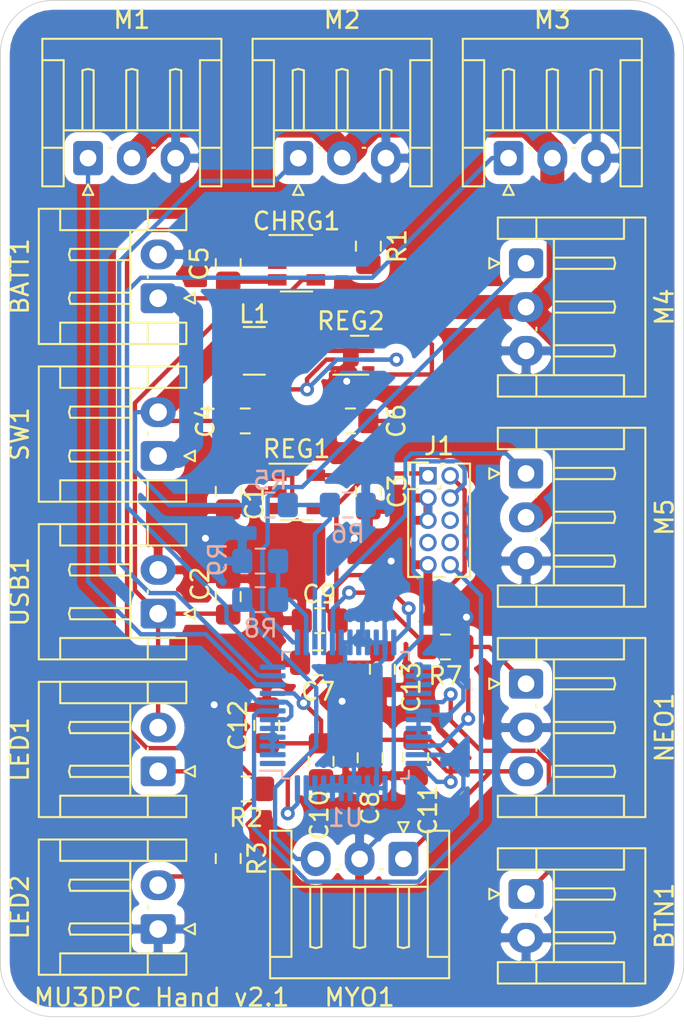
<source format=kicad_pcb>
(kicad_pcb (version 20171130) (host pcbnew "(5.1.5)-3")
  (layers (0 F.Cu signal) (31 B.Cu signal) (34 B.Paste user) (35 F.Paste user) (36 B.SilkS user) (37 F.SilkS user) (38 B.Mask user) (39 F.Mask user) (44 Edge.Cuts user))
  (net 0 "")
  (net 1 GND)
  (net 2 +BATT)
  (net 3 "Net-(C2-Pad1)")
  (net 4 +3V3)
  (net 5 +5V)
  (net 6 "Net-(CHRG1-Pad5)")
  (net 7 "Net-(CHRG1-Pad2)")
  (net 8 "Net-(CHRG1-Pad1)")
  (net 9 "Net-(J1-Pad2)")
  (net 10 "Net-(J1-Pad4)")
  (net 11 "Net-(J1-Pad10)")
  (net 12 "Net-(L1-Pad1)")
  (net 13 "Net-(LED1-Pad1)")
  (net 14 "Net-(LED2-Pad2)")
  (net 15 NORMVBAT)
  (net 16 NORMMYOSIG)
  (net 17 MYOSIG)
  (net 18 "Net-(NEO1-Pad4)")
  (net 19 BTN)
  (net 20 INDEX)
  (net 21 MIDDLE)
  (net 22 RING)
  (net 23 PINKY)
  (net 24 THUMB)
  (net 25 NEO)
  (net 26 "Net-(BATT1-Pad1)")
  (module Package_QFP:LQFP-48_7x7mm_P0.5mm (layer B.Cu) (at 132.7 57.8)
    (fp_text reference U1 (at 0 5.85) (layer B.SilkS) (effects (justify mirror)))
    (fp_text value STM32F303CCT7)
    (pad 1 smd roundrect (at -4.1625 2.75) (size 1.475 0.3) (layers B.Cu B.Paste B.Mask))
    (pad 2 smd roundrect (at -4.1625 2.25) (size 1.475 0.3) (layers B.Cu B.Paste B.Mask) (net 1 GND))
    (pad 3 smd roundrect (at -4.1625 1.75) (size 1.475 0.3) (layers B.Cu B.Paste B.Mask) (net 1 GND))
    (pad 4 smd roundrect (at -4.1625 1.25) (size 1.475 0.3) (layers B.Cu B.Paste B.Mask) (net 1 GND))
    (pad 5 smd roundrect (at -4.1625 0.75) (size 1.475 0.3) (layers B.Cu B.Paste B.Mask) (net 1 GND))
    (pad 6 smd roundrect (at -4.1625 0.25) (size 1.475 0.3) (layers B.Cu B.Paste B.Mask) (net 1 GND))
    (pad 7 smd roundrect (at -4.1625 -0.25) (size 1.475 0.3) (layers B.Cu B.Paste B.Mask) (net 11 "Net-(J1-Pad10)"))
    (pad 8 smd roundrect (at -4.1625 -0.75) (size 1.475 0.3) (layers B.Cu B.Paste B.Mask) (net 1 GND))
    (pad 9 smd roundrect (at -4.1625 -1.25) (size 1.475 0.3) (layers B.Cu B.Paste B.Mask) (net 4 +3V3))
    (pad 10 smd roundrect (at -4.1625 -1.75) (size 1.475 0.3) (layers B.Cu B.Paste B.Mask) (net 20 INDEX))
    (pad 11 smd roundrect (at -4.1625 -2.25) (size 1.475 0.3) (layers B.Cu B.Paste B.Mask) (net 21 MIDDLE))
    (pad 12 smd roundrect (at -4.1625 -2.75) (size 1.475 0.3) (layers B.Cu B.Paste B.Mask) (net 22 RING))
    (pad 13 smd roundrect (at -2.75 -4.1625) (size 0.3 1.475) (layers B.Cu B.Paste B.Mask) (net 23 PINKY))
    (pad 14 smd roundrect (at -2.25 -4.1625) (size 0.3 1.475) (layers B.Cu B.Paste B.Mask) (net 16 NORMMYOSIG))
    (pad 15 smd roundrect (at -1.75 -4.1625) (size 0.3 1.475) (layers B.Cu B.Paste B.Mask) (net 15 NORMVBAT))
    (pad 16 smd roundrect (at -1.25 -4.1625) (size 0.3 1.475) (layers B.Cu B.Paste B.Mask) (net 24 THUMB))
    (pad 17 smd roundrect (at -0.75 -4.1625) (size 0.3 1.475) (layers B.Cu B.Paste B.Mask) (net 25 NEO))
    (pad 18 smd roundrect (at -0.25 -4.1625) (size 0.3 1.475) (layers B.Cu B.Paste B.Mask) (net 1 GND))
    (pad 19 smd roundrect (at 0.25 -4.1625) (size 0.3 1.475) (layers B.Cu B.Paste B.Mask) (net 1 GND))
    (pad 20 smd roundrect (at 0.75 -4.1625) (size 0.3 1.475) (layers B.Cu B.Paste B.Mask) (net 1 GND))
    (pad 21 smd roundrect (at 1.25 -4.1625) (size 0.3 1.475) (layers B.Cu B.Paste B.Mask) (net 1 GND))
    (pad 22 smd roundrect (at 1.75 -4.1625) (size 0.3 1.475) (layers B.Cu B.Paste B.Mask) (net 1 GND))
    (pad 23 smd roundrect (at 2.25 -4.1625) (size 0.3 1.475) (layers B.Cu B.Paste B.Mask) (net 1 GND))
    (pad 24 smd roundrect (at 2.75 -4.1625) (size 0.3 1.475) (layers B.Cu B.Paste B.Mask) (net 4 +3V3))
    (pad 25 smd roundrect (at 4.1625 -2.75) (size 1.475 0.3) (layers B.Cu B.Paste B.Mask) (net 1 GND))
    (pad 26 smd roundrect (at 4.1625 -2.25) (size 1.475 0.3) (layers B.Cu B.Paste B.Mask) (net 1 GND))
    (pad 27 smd roundrect (at 4.1625 -1.75) (size 1.475 0.3) (layers B.Cu B.Paste B.Mask) (net 1 GND))
    (pad 28 smd roundrect (at 4.1625 -1.25) (size 1.475 0.3) (layers B.Cu B.Paste B.Mask) (net 1 GND))
    (pad 29 smd roundrect (at 4.1625 -0.75) (size 1.475 0.3) (layers B.Cu B.Paste B.Mask) (net 19 BTN))
    (pad 30 smd roundrect (at 4.1625 -0.25) (size 1.475 0.3) (layers B.Cu B.Paste B.Mask) (net 1 GND))
    (pad 31 smd roundrect (at 4.1625 0.25) (size 1.475 0.3) (layers B.Cu B.Paste B.Mask) (net 1 GND))
    (pad 32 smd roundrect (at 4.1625 0.75) (size 1.475 0.3) (layers B.Cu B.Paste B.Mask) (net 1 GND))
    (pad 33 smd roundrect (at 4.1625 1.25) (size 1.475 0.3) (layers B.Cu B.Paste B.Mask) (net 1 GND))
    (pad 34 smd roundrect (at 4.1625 1.75) (size 1.475 0.3) (layers B.Cu B.Paste B.Mask) (net 9 "Net-(J1-Pad2)"))
    (pad 35 smd roundrect (at 4.1625 2.25) (size 1.475 0.3) (layers B.Cu B.Paste B.Mask) (net 1 GND))
    (pad 36 smd roundrect (at 4.1625 2.75) (size 1.475 0.3) (layers B.Cu B.Paste B.Mask) (net 4 +3V3))
    (pad 37 smd roundrect (at 2.75 4.1625) (size 0.3 1.475) (layers B.Cu B.Paste B.Mask) (net 10 "Net-(J1-Pad4)"))
    (pad 38 smd roundrect (at 2.25 4.1625) (size 0.3 1.475) (layers B.Cu B.Paste B.Mask) (net 1 GND))
    (pad 39 smd roundrect (at 1.75 4.1625) (size 0.3 1.475) (layers B.Cu B.Paste B.Mask) (net 1 GND))
    (pad 40 smd roundrect (at 1.25 4.1625) (size 0.3 1.475) (layers B.Cu B.Paste B.Mask) (net 1 GND))
    (pad 41 smd roundrect (at 0.75 4.1625) (size 0.3 1.475) (layers B.Cu B.Paste B.Mask) (net 1 GND))
    (pad 42 smd roundrect (at 0.25 4.1625) (size 0.3 1.475) (layers B.Cu B.Paste B.Mask) (net 1 GND))
    (pad 43 smd roundrect (at -0.25 4.1625) (size 0.3 1.475) (layers B.Cu B.Paste B.Mask) (net 1 GND))
    (pad 44 smd roundrect (at -0.75 4.1625) (size 0.3 1.475) (layers B.Cu B.Paste B.Mask) (net 1 GND))
    (pad 45 smd roundrect (at -1.25 4.1625) (size 0.3 1.475) (layers B.Cu B.Paste B.Mask) (net 1 GND))
    (pad 46 smd roundrect (at -1.75 4.1625) (size 0.3 1.475) (layers B.Cu B.Paste B.Mask) (net 1 GND))
    (pad 47 smd roundrect (at -2.25 4.1625) (size 0.3 1.475) (layers B.Cu B.Paste B.Mask) (net 1 GND))
    (pad 48 smd roundrect (at -2.75 4.1625) (size 0.3 1.475) (layers B.Cu B.Paste B.Mask) (net 4 +3V3))
  )
  (module Connector_PinHeader_1.27mm:PinHeader_2x05_P1.27mm_Vertical (layer F.Cu) (at 137.4 44.13)
    (fp_text reference J1 (at 0.635 -1.695) (layer F.SilkS))
    (fp_text value Conn_ARM_JTAG_SWD_10)
    (pad 1 thru_hole rect (at 0 0) (size 1 1) (drill 0.65) (layers *.Cu *.Mask) (net 4 +3V3))
    (pad 2 thru_hole oval (at 1.27 0) (size 1 1) (drill 0.65) (layers *.Cu *.Mask) (net 9 "Net-(J1-Pad2)"))
    (pad 3 thru_hole oval (at 0 1.27) (size 1 1) (drill 0.65) (layers *.Cu *.Mask) (net 1 GND))
    (pad 4 thru_hole oval (at 1.27 1.27) (size 1 1) (drill 0.65) (layers *.Cu *.Mask) (net 10 "Net-(J1-Pad4)"))
    (pad 5 thru_hole oval (at 0 2.54) (size 1 1) (drill 0.65) (layers *.Cu *.Mask) (net 1 GND))
    (pad 6 thru_hole oval (at 1.27 2.54) (size 1 1) (drill 0.65) (layers *.Cu *.Mask))
    (pad 7 thru_hole oval (at 0 3.81) (size 1 1) (drill 0.65) (layers *.Cu *.Mask))
    (pad 8 thru_hole oval (at 1.27 3.81) (size 1 1) (drill 0.65) (layers *.Cu *.Mask))
    (pad 9 thru_hole oval (at 0 5.08) (size 1 1) (drill 0.65) (layers *.Cu *.Mask) (net 1 GND))
    (pad 10 thru_hole oval (at 1.27 5.08) (size 1 1) (drill 0.65) (layers *.Cu *.Mask) (net 11 "Net-(J1-Pad10)"))
  )
  (module Connector_JST:JST_EH_S2B-EH_1x02_P2.50mm_Horizontal (layer F.Cu) (at 122 34 90)
    (fp_text reference BATT1 (at 1.25 -7.9 90) (layer F.SilkS))
    (fp_text value Battery_Cell)
    (pad 2 thru_hole oval (at 2.5 0 90) (size 1.7 2) (drill 1) (layers *.Cu *.Mask) (net 1 GND))
    (pad 1 thru_hole roundrect (at 0 0 90) (size 1.7 2) (drill 1) (layers *.Cu *.Mask) (roundrect_rratio 0.147059) (net 26 "Net-(BATT1-Pad1)"))
  )
  (module Connector_JST:JST_EH_S2B-EH_1x02_P2.50mm_Horizontal (layer F.Cu) (at 143 68 270)
    (fp_text reference BTN1 (at 1.25 -7.9 90) (layer F.SilkS))
    (fp_text value Side_Button)
    (pad 1 thru_hole roundrect (at 0 0 270) (size 1.7 2) (drill 1) (layers *.Cu *.Mask) (roundrect_rratio 0.147059) (net 19 BTN))
    (pad 2 thru_hole oval (at 2.5 0 270) (size 1.7 2) (drill 1) (layers *.Cu *.Mask) (net 1 GND))
  )
  (module Capacitor_SMD:C_0805_2012Metric_Pad1.15x1.40mm_HandSolder (layer F.Cu) (at 126 45.025 270)
    (fp_text reference C1 (at 0.675 -1.5 90) (layer F.SilkS))
    (fp_text value 1uF)
    (pad 2 smd roundrect (at 1.025 0 270) (size 1.15 1.4) (layers F.Cu F.Paste F.Mask) (roundrect_rratio 0.217391) (net 1 GND))
    (pad 1 smd roundrect (at -1.025 0 270) (size 1.15 1.4) (layers F.Cu F.Paste F.Mask) (roundrect_rratio 0.217391) (net 2 +BATT))
  )
  (module Capacitor_SMD:C_0805_2012Metric_Pad1.15x1.40mm_HandSolder (layer F.Cu) (at 126 51.025 90)
    (fp_text reference C2 (at 0.725 -1.6 90) (layer F.SilkS))
    (fp_text value 4.7uF)
    (pad 2 smd roundrect (at 1.025 0 90) (size 1.15 1.4) (layers F.Cu F.Paste F.Mask) (roundrect_rratio 0.217391) (net 1 GND))
    (pad 1 smd roundrect (at -1.025 0 90) (size 1.15 1.4) (layers F.Cu F.Paste F.Mask) (roundrect_rratio 0.217391) (net 3 "Net-(C2-Pad1)"))
  )
  (module Capacitor_SMD:C_0805_2012Metric_Pad1.15x1.40mm_HandSolder (layer F.Cu) (at 134 45.025 270)
    (fp_text reference C3 (at 0 -1.65 90) (layer F.SilkS))
    (fp_text value 1uF)
    (pad 1 smd roundrect (at -1.025 0 270) (size 1.15 1.4) (layers F.Cu F.Paste F.Mask) (roundrect_rratio 0.217391) (net 4 +3V3))
    (pad 2 smd roundrect (at 1.025 0 270) (size 1.15 1.4) (layers F.Cu F.Paste F.Mask) (roundrect_rratio 0.217391) (net 1 GND))
  )
  (module Capacitor_SMD:C_0805_2012Metric_Pad1.15x1.40mm_HandSolder (layer F.Cu) (at 126.975 41)
    (fp_text reference C4 (at -2.275 0 90) (layer F.SilkS))
    (fp_text value "4.7uF 10V X7R")
    (pad 2 smd roundrect (at 1.025 0) (size 1.15 1.4) (layers F.Cu F.Paste F.Mask) (roundrect_rratio 0.217391) (net 1 GND))
    (pad 1 smd roundrect (at -1.025 0) (size 1.15 1.4) (layers F.Cu F.Paste F.Mask) (roundrect_rratio 0.217391) (net 2 +BATT))
  )
  (module Capacitor_SMD:C_0805_2012Metric_Pad1.15x1.40mm_HandSolder (layer F.Cu) (at 126 32.025 90)
    (fp_text reference C5 (at 0 -1.65 90) (layer F.SilkS))
    (fp_text value 4.7uF)
    (pad 1 smd roundrect (at -1.025 0 90) (size 1.15 1.4) (layers F.Cu F.Paste F.Mask) (roundrect_rratio 0.217391) (net 26 "Net-(BATT1-Pad1)"))
    (pad 2 smd roundrect (at 1.025 0 90) (size 1.15 1.4) (layers F.Cu F.Paste F.Mask) (roundrect_rratio 0.217391) (net 1 GND))
  )
  (module Capacitor_SMD:C_0805_2012Metric_Pad1.15x1.40mm_HandSolder (layer F.Cu) (at 132.975 41 180)
    (fp_text reference C6 (at -2.625 0 90) (layer F.SilkS))
    (fp_text value "100uF 10V X7R")
    (pad 1 smd roundrect (at -1.025 0 180) (size 1.15 1.4) (layers F.Cu F.Paste F.Mask) (roundrect_rratio 0.217391) (net 5 +5V))
    (pad 2 smd roundrect (at 1.025 0 180) (size 1.15 1.4) (layers F.Cu F.Paste F.Mask) (roundrect_rratio 0.217391) (net 1 GND))
  )
  (module Package_TO_SOT_SMD:SOT-23-5 (layer F.Cu) (at 129.9 32)
    (fp_text reference CHRG1 (at 0 -2.4) (layer F.SilkS))
    (fp_text value MCP73831-2-OT)
    (pad 5 smd rect (at 1.1 -0.95) (size 1.06 0.65) (layers F.Cu F.Paste F.Mask) (net 6 "Net-(CHRG1-Pad5)"))
    (pad 4 smd rect (at 1.1 0.95) (size 1.06 0.65) (layers F.Cu F.Paste F.Mask) (net 3 "Net-(C2-Pad1)"))
    (pad 3 smd rect (at -1.1 0.95) (size 1.06 0.65) (layers F.Cu F.Paste F.Mask) (net 26 "Net-(BATT1-Pad1)"))
    (pad 2 smd rect (at -1.1 0) (size 1.06 0.65) (layers F.Cu F.Paste F.Mask) (net 7 "Net-(CHRG1-Pad2)"))
    (pad 1 smd rect (at -1.1 -0.95) (size 1.06 0.65) (layers F.Cu F.Paste F.Mask) (net 8 "Net-(CHRG1-Pad1)"))
  )
  (module Inductor_SMD:L_1210_3225Metric_Pad1.42x2.65mm_HandSolder (layer F.Cu) (at 127.4875 37 180)
    (fp_text reference L1 (at -0.0125 2.1) (layer F.SilkS))
    (fp_text value "1.5uH 3A")
    (pad 1 smd roundrect (at -1.4875 0 180) (size 1.425 2.65) (layers F.Cu F.Paste F.Mask) (roundrect_rratio 0.175439) (net 12 "Net-(L1-Pad1)"))
    (pad 2 smd roundrect (at 1.4875 0 180) (size 1.425 2.65) (layers F.Cu F.Paste F.Mask) (roundrect_rratio 0.175439) (net 2 +BATT))
  )
  (module Connector_JST:JST_EH_S2B-EH_1x02_P2.50mm_Horizontal (layer F.Cu) (at 122 61 90)
    (fp_text reference LED1 (at 1.25 -7.9 90) (layer F.SilkS))
    (fp_text value Charging_LED)
    (pad 1 thru_hole roundrect (at 0 0 90) (size 1.7 2) (drill 1) (layers *.Cu *.Mask) (roundrect_rratio 0.147059) (net 13 "Net-(LED1-Pad1)"))
    (pad 2 thru_hole oval (at 2.5 0 90) (size 1.7 2) (drill 1) (layers *.Cu *.Mask) (net 3 "Net-(C2-Pad1)"))
  )
  (module Connector_JST:JST_EH_S2B-EH_1x02_P2.50mm_Horizontal (layer F.Cu) (at 122 70 90)
    (fp_text reference LED2 (at 1.25 -7.9 90) (layer F.SilkS))
    (fp_text value Charge_Done_LED)
    (pad 2 thru_hole oval (at 2.5 0 90) (size 1.7 2) (drill 1) (layers *.Cu *.Mask) (net 14 "Net-(LED2-Pad2)"))
    (pad 1 thru_hole roundrect (at 0 0 90) (size 1.7 2) (drill 1) (layers *.Cu *.Mask) (roundrect_rratio 0.147059) (net 1 GND))
  )
  (module Connector_JST:JST_EH_S3B-EH_1x03_P2.50mm_Horizontal (layer F.Cu) (at 118 26)
    (fp_text reference M1 (at 2.5 -7.9) (layer F.SilkS))
    (fp_text value Index_Servo)
    (pad 3 thru_hole oval (at 5 0) (size 1.7 1.95) (drill 0.95) (layers *.Cu *.Mask) (net 1 GND))
    (pad 2 thru_hole oval (at 2.5 0) (size 1.7 1.95) (drill 0.95) (layers *.Cu *.Mask) (net 5 +5V))
    (pad 1 thru_hole roundrect (at 0 0) (size 1.7 1.95) (drill 0.95) (layers *.Cu *.Mask) (roundrect_rratio 0.147059) (net 20 INDEX))
  )
  (module Connector_JST:JST_EH_S3B-EH_1x03_P2.50mm_Horizontal (layer F.Cu) (at 130 26)
    (fp_text reference M2 (at 2.5 -7.9) (layer F.SilkS))
    (fp_text value Middle_Servo)
    (pad 1 thru_hole roundrect (at 0 0) (size 1.7 1.95) (drill 0.95) (layers *.Cu *.Mask) (roundrect_rratio 0.147059) (net 21 MIDDLE))
    (pad 2 thru_hole oval (at 2.5 0) (size 1.7 1.95) (drill 0.95) (layers *.Cu *.Mask) (net 5 +5V))
    (pad 3 thru_hole oval (at 5 0) (size 1.7 1.95) (drill 0.95) (layers *.Cu *.Mask) (net 1 GND))
  )
  (module Connector_JST:JST_EH_S3B-EH_1x03_P2.50mm_Horizontal (layer F.Cu) (at 142 26)
    (fp_text reference M3 (at 2.5 -7.9) (layer F.SilkS))
    (fp_text value Ring_Servo)
    (pad 3 thru_hole oval (at 5 0) (size 1.7 1.95) (drill 0.95) (layers *.Cu *.Mask) (net 1 GND))
    (pad 2 thru_hole oval (at 2.5 0) (size 1.7 1.95) (drill 0.95) (layers *.Cu *.Mask) (net 5 +5V))
    (pad 1 thru_hole roundrect (at 0 0) (size 1.7 1.95) (drill 0.95) (layers *.Cu *.Mask) (roundrect_rratio 0.147059) (net 22 RING))
  )
  (module Connector_JST:JST_EH_S3B-EH_1x03_P2.50mm_Horizontal (layer F.Cu) (at 143 32 270)
    (fp_text reference M4 (at 2.5 -7.9 90) (layer F.SilkS))
    (fp_text value Pinky_Servo)
    (pad 1 thru_hole roundrect (at 0 0 270) (size 1.7 1.95) (drill 0.95) (layers *.Cu *.Mask) (roundrect_rratio 0.147059) (net 23 PINKY))
    (pad 2 thru_hole oval (at 2.5 0 270) (size 1.7 1.95) (drill 0.95) (layers *.Cu *.Mask) (net 5 +5V))
    (pad 3 thru_hole oval (at 5 0 270) (size 1.7 1.95) (drill 0.95) (layers *.Cu *.Mask) (net 1 GND))
  )
  (module Connector_JST:JST_EH_S3B-EH_1x03_P2.50mm_Horizontal (layer F.Cu) (at 143 44 270)
    (fp_text reference M5 (at 2.5 -7.9 90) (layer F.SilkS))
    (fp_text value Thumb_Servo)
    (pad 3 thru_hole oval (at 5 0 270) (size 1.7 1.95) (drill 0.95) (layers *.Cu *.Mask) (net 1 GND))
    (pad 2 thru_hole oval (at 2.5 0 270) (size 1.7 1.95) (drill 0.95) (layers *.Cu *.Mask) (net 5 +5V))
    (pad 1 thru_hole roundrect (at 0 0 270) (size 1.7 1.95) (drill 0.95) (layers *.Cu *.Mask) (roundrect_rratio 0.147059) (net 24 THUMB))
  )
  (module Connector_JST:JST_EH_S3B-EH_1x03_P2.50mm_Horizontal (layer F.Cu) (at 136 66 180)
    (fp_text reference MYO1 (at 2.5 -7.9) (layer F.SilkS))
    (fp_text value MyoWare)
    (pad 1 thru_hole roundrect (at 0 0 180) (size 1.7 1.95) (drill 0.95) (layers *.Cu *.Mask) (roundrect_rratio 0.147059) (net 4 +3V3))
    (pad 2 thru_hole oval (at 2.5 0 180) (size 1.7 1.95) (drill 0.95) (layers *.Cu *.Mask) (net 1 GND))
    (pad 3 thru_hole oval (at 5 0 180) (size 1.7 1.95) (drill 0.95) (layers *.Cu *.Mask) (net 17 MYOSIG))
  )
  (module Connector_JST:JST_EH_S3B-EH_1x03_P2.50mm_Horizontal (layer F.Cu) (at 143 56 270)
    (fp_text reference NEO1 (at 2.5 -7.9 90) (layer F.SilkS))
    (fp_text value Indicator_NeoPixel)
    (pad 4 thru_hole roundrect (at 0 0 270) (size 1.7 1.95) (drill 0.95) (layers *.Cu *.Mask) (roundrect_rratio 0.147) (net 18 "Net-(NEO1-Pad4)"))
    (pad 2 thru_hole oval (at 2.5 0 270) (size 1.7 1.95) (drill 0.95) (layers *.Cu *.Mask) (net 1 GND))
    (pad 3 thru_hole oval (at 5 0 270) (size 1.7 1.95) (drill 0.95) (layers *.Cu *.Mask) (net 4 +3V3))
  )
  (module Resistor_SMD:R_0805_2012Metric_Pad1.15x1.40mm_HandSolder (layer F.Cu) (at 134 31.025 270)
    (fp_text reference R1 (at 0 -1.65 90) (layer F.SilkS))
    (fp_text value 2000ohm)
    (pad 2 smd roundrect (at 1.025 0 270) (size 1.15 1.4) (layers F.Cu F.Paste F.Mask) (roundrect_rratio 0.217391) (net 7 "Net-(CHRG1-Pad2)"))
    (pad 1 smd roundrect (at -1.025 0 270) (size 1.15 1.4) (layers F.Cu F.Paste F.Mask) (roundrect_rratio 0.217391) (net 6 "Net-(CHRG1-Pad5)"))
  )
  (module Resistor_SMD:R_0805_2012Metric_Pad1.15x1.40mm_HandSolder (layer F.Cu) (at 127.025 62 180)
    (fp_text reference R2 (at 0 -1.65) (layer F.SilkS))
    (fp_text value 470ohm)
    (pad 1 smd roundrect (at -1.025 0 180) (size 1.15 1.4) (layers F.Cu F.Paste F.Mask) (roundrect_rratio 0.217391) (net 8 "Net-(CHRG1-Pad1)"))
    (pad 2 smd roundrect (at 1.025 0 180) (size 1.15 1.4) (layers F.Cu F.Paste F.Mask) (roundrect_rratio 0.217391) (net 13 "Net-(LED1-Pad1)"))
  )
  (module Resistor_SMD:R_0805_2012Metric_Pad1.15x1.40mm_HandSolder (layer F.Cu) (at 126 65.975 270)
    (fp_text reference R3 (at 0 -1.65 90) (layer F.SilkS))
    (fp_text value 470ohm)
    (pad 2 smd roundrect (at 1.025 0 270) (size 1.15 1.4) (layers F.Cu F.Paste F.Mask) (roundrect_rratio 0.217391) (net 14 "Net-(LED2-Pad2)"))
    (pad 1 smd roundrect (at -1.025 0 270) (size 1.15 1.4) (layers F.Cu F.Paste F.Mask) (roundrect_rratio 0.217391) (net 8 "Net-(CHRG1-Pad1)"))
  )
  (module Resistor_SMD:R_0805_2012Metric_Pad1.15x1.40mm_HandSolder (layer B.Cu) (at 128.375 45.8)
    (fp_text reference R5 (at 0.025 -1.4 180) (layer B.SilkS) (effects (justify mirror)))
    (fp_text value 5000ohm)
    (pad 1 smd roundrect (at -1.025 0) (size 1.15 1.4) (layers B.Cu B.Paste B.Mask) (roundrect_rratio 0.217391) (net 2 +BATT))
    (pad 2 smd roundrect (at 1.025 0) (size 1.15 1.4) (layers B.Cu B.Paste B.Mask) (roundrect_rratio 0.217391) (net 15 NORMVBAT))
  )
  (module Resistor_SMD:R_0805_2012Metric_Pad1.15x1.40mm_HandSolder (layer B.Cu) (at 132.825 45.8)
    (fp_text reference R6 (at 0 1.65 180) (layer B.SilkS) (effects (justify mirror)))
    (fp_text value 1250ohm)
    (pad 2 smd roundrect (at 1.025 0) (size 1.15 1.4) (layers B.Cu B.Paste B.Mask) (roundrect_rratio 0.217391) (net 1 GND))
    (pad 1 smd roundrect (at -1.025 0) (size 1.15 1.4) (layers B.Cu B.Paste B.Mask) (roundrect_rratio 0.217391) (net 15 NORMVBAT))
  )
  (module Resistor_SMD:R_0805_2012Metric_Pad1.15x1.40mm_HandSolder (layer F.Cu) (at 138.4 53.9 180)
    (fp_text reference R7 (at 0 -1.65) (layer F.SilkS))
    (fp_text value 500ohm)
    (pad 1 smd roundrect (at -1.025 0 180) (size 1.15 1.4) (layers F.Cu F.Paste F.Mask) (roundrect_rratio 0.217391) (net 18 "Net-(NEO1-Pad4)"))
    (pad 2 smd roundrect (at 1.025 0 180) (size 1.15 1.4) (layers F.Cu F.Paste F.Mask) (roundrect_rratio 0.217391) (net 25 NEO))
  )
  (module Resistor_SMD:R_0805_2012Metric_Pad1.15x1.40mm_HandSolder (layer B.Cu) (at 127.825 51.2)
    (fp_text reference R8 (at 0.025 1.65 180) (layer B.SilkS) (effects (justify mirror)))
    (fp_text value 5000ohm)
    (pad 1 smd roundrect (at -1.025 0) (size 1.15 1.4) (layers B.Cu B.Paste B.Mask) (roundrect_rratio 0.217391) (net 17 MYOSIG))
    (pad 2 smd roundrect (at 1.025 0) (size 1.15 1.4) (layers B.Cu B.Paste B.Mask) (roundrect_rratio 0.217391) (net 16 NORMMYOSIG))
  )
  (module Resistor_SMD:R_0805_2012Metric_Pad1.15x1.40mm_HandSolder (layer B.Cu) (at 127.825 49 180)
    (fp_text reference R9 (at 2.425 0.1 270) (layer B.SilkS) (effects (justify mirror)))
    (fp_text value 1250ohm)
    (pad 2 smd roundrect (at 1.025 0 180) (size 1.15 1.4) (layers B.Cu B.Paste B.Mask) (roundrect_rratio 0.217391) (net 1 GND))
    (pad 1 smd roundrect (at -1.025 0 180) (size 1.15 1.4) (layers B.Cu B.Paste B.Mask) (roundrect_rratio 0.217391) (net 16 NORMMYOSIG))
  )
  (module Package_TO_SOT_SMD:SOT-23-5 (layer F.Cu) (at 129.9 45.05)
    (fp_text reference REG1 (at 0 -2.45) (layer F.SilkS))
    (fp_text value MIC5504-3.3YM5)
    (pad 1 smd rect (at -1.1 -0.95) (size 1.06 0.65) (layers F.Cu F.Paste F.Mask) (net 2 +BATT))
    (pad 2 smd rect (at -1.1 0) (size 1.06 0.65) (layers F.Cu F.Paste F.Mask) (net 1 GND))
    (pad 3 smd rect (at -1.1 0.95) (size 1.06 0.65) (layers F.Cu F.Paste F.Mask) (net 2 +BATT))
    (pad 4 smd rect (at 1.1 0.95) (size 1.06 0.65) (layers F.Cu F.Paste F.Mask))
    (pad 5 smd rect (at 1.1 -0.95) (size 1.06 0.65) (layers F.Cu F.Paste F.Mask) (net 4 +3V3))
  )
  (module Package_DFN_QFN:DFN-8-1EP_2x2mm_P0.5mm_EP0.9x1.3mm (layer F.Cu) (at 133 37.25)
    (fp_text reference REG2 (at 0 -1.95) (layer F.SilkS))
    (fp_text value MIC2876-5.0YMT-T5)
    (pad 9 smd roundrect (at 0 0) (size 0.9 1.3) (layers F.Cu F.Mask) (net 1 GND))
    (pad 1 smd roundrect (at -1 -0.75) (size 0.7 0.25) (layers F.Cu F.Paste F.Mask) (net 12 "Net-(L1-Pad1)"))
    (pad 2 smd roundrect (at -1 -0.25) (size 0.7 0.25) (layers F.Cu F.Paste F.Mask) (net 1 GND))
    (pad 3 smd roundrect (at -1 0.25) (size 0.7 0.25) (layers F.Cu F.Paste F.Mask) (net 2 +BATT))
    (pad 4 smd roundrect (at -1 0.75) (size 0.7 0.25) (layers F.Cu F.Paste F.Mask) (net 1 GND))
    (pad 5 smd roundrect (at 1 0.75) (size 0.7 0.25) (layers F.Cu F.Paste F.Mask) (net 5 +5V))
    (pad 6 smd roundrect (at 1 0.25) (size 0.7 0.25) (layers F.Cu F.Paste F.Mask) (net 2 +BATT))
    (pad 7 smd roundrect (at 1 -0.25) (size 0.7 0.25) (layers F.Cu F.Paste F.Mask) (net 1 GND))
    (pad 8 smd roundrect (at 1 -0.75) (size 0.7 0.25) (layers F.Cu F.Paste F.Mask) (net 5 +5V))
  )
  (module Connector_JST:JST_EH_S2B-EH_1x02_P2.50mm_Horizontal (layer F.Cu) (at 122 43 90)
    (fp_text reference SW1 (at 1.25 -7.9 90) (layer F.SilkS))
    (fp_text value Power_Switch)
    (pad 2 thru_hole oval (at 2.5 0 90) (size 1.7 2) (drill 1) (layers *.Cu *.Mask) (net 2 +BATT))
    (pad 1 thru_hole roundrect (at 0 0 90) (size 1.7 2) (drill 1) (layers *.Cu *.Mask) (roundrect_rratio 0.147059) (net 26 "Net-(BATT1-Pad1)"))
  )
  (module Connector_JST:JST_EH_S2B-EH_1x02_P2.50mm_Horizontal (layer F.Cu) (at 122 52 90)
    (fp_text reference USB1 (at 1.25 -7.9 90) (layer F.SilkS))
    (fp_text value USB_B_Micro)
    (pad 1 thru_hole roundrect (at 0 0 90) (size 1.7 2) (drill 1) (layers *.Cu *.Mask) (roundrect_rratio 0.147059) (net 3 "Net-(C2-Pad1)"))
    (pad 5 thru_hole oval (at 2.5 0 90) (size 1.7 2) (drill 1) (layers *.Cu *.Mask) (net 1 GND))
  )
  (module Capacitor_SMD:C_0805_2012Metric_Pad1.15x1.40mm_HandSolder (layer F.Cu) (at 131.125 54.8 180)
    (fp_text reference C7 (at 0 -1.65 180) (layer F.SilkS))
    (fp_text value 100nF)
    (pad 1 smd roundrect (at -1.025 0 180) (size 1.15 1.4) (layers F.Cu F.Paste F.Mask) (roundrect_rratio 0.217391) (net 4 +3V3))
    (pad 2 smd roundrect (at 1.025 0 180) (size 1.15 1.4) (layers F.Cu F.Paste F.Mask) (roundrect_rratio 0.217391) (net 1 GND))
  )
  (module Capacitor_SMD:C_0805_2012Metric_Pad1.15x1.40mm_HandSolder (layer F.Cu) (at 134.1 60.225 270)
    (fp_text reference C8 (at 2.875 0 270) (layer F.SilkS))
    (fp_text value 100nF)
    (pad 2 smd roundrect (at 1.025 0 270) (size 1.15 1.4) (layers F.Cu F.Paste F.Mask) (roundrect_rratio 0.217391) (net 1 GND))
    (pad 1 smd roundrect (at -1.025 0 270) (size 1.15 1.4) (layers F.Cu F.Paste F.Mask) (roundrect_rratio 0.217391) (net 4 +3V3))
  )
  (module Capacitor_SMD:C_0805_2012Metric_Pad1.15x1.40mm_HandSolder (layer F.Cu) (at 131.225 52.4 180)
    (fp_text reference C9 (at 0.025 1.5 180) (layer F.SilkS))
    (fp_text value 100nF)
    (pad 1 smd roundrect (at -1.025 0 180) (size 1.15 1.4) (layers F.Cu F.Paste F.Mask) (roundrect_rratio 0.217391) (net 4 +3V3))
    (pad 2 smd roundrect (at 1.025 0 180) (size 1.15 1.4) (layers F.Cu F.Paste F.Mask) (roundrect_rratio 0.217391) (net 1 GND))
  )
  (module Capacitor_SMD:C_0805_2012Metric_Pad1.15x1.40mm_HandSolder (layer F.Cu) (at 131.3 60.425 270)
    (fp_text reference C10 (at 3.075 0.1 90) (layer F.SilkS))
    (fp_text value 100nF)
    (pad 1 smd roundrect (at -1.025 0 270) (size 1.15 1.4) (layers F.Cu F.Paste F.Mask) (roundrect_rratio 0.217391) (net 4 +3V3))
    (pad 2 smd roundrect (at 1.025 0 270) (size 1.15 1.4) (layers F.Cu F.Paste F.Mask) (roundrect_rratio 0.217391) (net 1 GND))
  )
  (module Capacitor_SMD:C_0805_2012Metric_Pad1.15x1.40mm_HandSolder (layer F.Cu) (at 136.7 60.225 270)
    (fp_text reference C11 (at 2.975 -0.7 270) (layer F.SilkS))
    (fp_text value 4.7uF)
    (pad 2 smd roundrect (at 1.025 0 270) (size 1.15 1.4) (layers F.Cu F.Paste F.Mask) (roundrect_rratio 0.217391) (net 1 GND))
    (pad 1 smd roundrect (at -1.025 0 270) (size 1.15 1.4) (layers F.Cu F.Paste F.Mask) (roundrect_rratio 0.217391) (net 4 +3V3))
  )
  (module Capacitor_SMD:C_0805_2012Metric_Pad1.15x1.40mm_HandSolder (layer F.Cu) (at 128.2 58.375 90)
    (fp_text reference C12 (at 0 -1.65 90) (layer F.SilkS))
    (fp_text value 10nF)
    (pad 1 smd roundrect (at -1.025 0 90) (size 1.15 1.4) (layers F.Cu F.Paste F.Mask) (roundrect_rratio 0.217391) (net 4 +3V3))
    (pad 2 smd roundrect (at 1.025 0 90) (size 1.15 1.4) (layers F.Cu F.Paste F.Mask) (roundrect_rratio 0.217391) (net 1 GND))
  )
  (module Capacitor_SMD:C_0805_2012Metric_Pad1.15x1.40mm_HandSolder (layer F.Cu) (at 134.8 55.175 270)
    (fp_text reference C13 (at 1.025 -1.65 270) (layer F.SilkS))
    (fp_text value 1uF)
    (pad 2 smd roundrect (at 1.025 0 270) (size 1.15 1.4) (layers F.Cu F.Paste F.Mask) (roundrect_rratio 0.217391) (net 1 GND))
    (pad 1 smd roundrect (at -1.025 0 270) (size 1.15 1.4) (layers F.Cu F.Paste F.Mask) (roundrect_rratio 0.217391) (net 4 +3V3))
  )
  (gr_text "MU3DPC Hand v2.1" (at 122.2 73.9) (layer F.SilkS) (effects (font (size 1 1))))
  (gr_line (start 152 72) (end 152 20) (layer Edge.Cuts) (width 0.05))
  (gr_line (start 116 75) (end 149 75) (layer Edge.Cuts) (width 0.05))
  (gr_line (start 113 20) (end 113 72) (layer Edge.Cuts) (width 0.05))
  (gr_line (start 149 17) (end 116 17) (layer Edge.Cuts) (width 0.05))
  (gr_arc (start 149 72) (end 149 75) (angle -90) (layer Edge.Cuts) (width 0.05))
  (gr_arc (start 116 72) (end 113 72) (angle -90) (layer Edge.Cuts) (width 0.05))
  (gr_arc (start 116 20) (end 116 17) (angle -90) (layer Edge.Cuts) (width 0.05))
  (gr_arc (start 149 20) (end 152 20) (angle -90) (layer Edge.Cuts) (width 0.05))
  (segment (start 132.75 37) (end 133 37.25) (width 0.25) (layer F.Cu) (net 1))
  (segment (start 132 37) (end 132.75 37) (width 0.25) (layer F.Cu) (net 1))
  (segment (start 133 37.45) (end 133 37.25) (width 0.25) (layer F.Cu) (net 1))
  (segment (start 132.45 38) (end 133 37.45) (width 0.25) (layer F.Cu) (net 1))
  (segment (start 132 38) (end 132.45 38) (width 0.25) (layer F.Cu) (net 1))
  (segment (start 131.95 40.2) (end 132.76499 39.38501) (width 1.37) (layer F.Cu) (net 1))
  (segment (start 132.76499 39.38501) (end 132.76499 38.73501) (width 1.37) (layer F.Cu) (net 1))
  (segment (start 131.95 41) (end 131.95 40.2) (width 1.37) (layer F.Cu) (net 1))
  (segment (start 134.92501 52.92501) (end 134.92501 52.12501) (width 0.25) (layer B.Cu) (net 1))
  (segment (start 134.95 53.6375) (end 134.95 52.95) (width 0.25) (layer B.Cu) (net 1))
  (segment (start 134.95 52.95) (end 134.92501 52.92501) (width 0.25) (layer B.Cu) (net 1))
  (segment (start 137.57499 60.07499) (end 138.62501 60.07499) (width 0.25) (layer B.Cu) (net 1))
  (segment (start 136.8625 60.05) (end 137.55 60.05) (width 0.25) (layer B.Cu) (net 1))
  (segment (start 137.55 60.05) (end 137.57499 60.07499) (width 0.25) (layer B.Cu) (net 1))
  (segment (start 130.45 62.765702) (end 131.484298 63.8) (width 0.25) (layer B.Cu) (net 1))
  (segment (start 130.45 61.9625) (end 130.45 62.765702) (width 0.25) (layer B.Cu) (net 1))
  (segment (start 127.7 57.05) (end 126.15 55.5) (width 0.25) (layer B.Cu) (net 1))
  (segment (start 128.5375 57.05) (end 127.7 57.05) (width 0.25) (layer B.Cu) (net 1))
  (segment (start 128.02 45.05) (end 127.97 45.1) (width 0.25) (layer F.Cu) (net 1))
  (segment (start 128.8 45.05) (end 128.02 45.05) (width 0.25) (layer F.Cu) (net 1))
  (via (at 124.7 47.7) (size 0.8) (drill 0.4) (layers F.Cu B.Cu) (net 1))
  (segment (start 133.5 65.875) (end 133.5 66) (width 0.25) (layer B.Cu) (net 1))
  (segment (start 135.975 63.4) (end 133.5 65.875) (width 0.25) (layer B.Cu) (net 1))
  (segment (start 137.973002 63.4) (end 135.975 63.4) (width 0.25) (layer B.Cu) (net 1))
  (segment (start 139.425001 61.948001) (end 137.973002 63.4) (width 0.25) (layer B.Cu) (net 1))
  (segment (start 139.425001 61.251999) (end 139.425001 61.948001) (width 0.25) (layer B.Cu) (net 1))
  (segment (start 138.223002 60.05) (end 139.425001 61.251999) (width 0.25) (layer B.Cu) (net 1))
  (segment (start 136.8625 60.05) (end 138.223002 60.05) (width 0.25) (layer B.Cu) (net 1))
  (via (at 135.3 49) (size 0.8) (drill 0.4) (layers F.Cu B.Cu) (net 1))
  (via (at 133.2 47.7) (size 0.8) (drill 0.4) (layers F.Cu B.Cu) (net 1))
  (via (at 125.2 57.2) (size 0.8) (drill 0.4) (layers F.Cu B.Cu) (net 1))
  (via (at 132.5 57) (size 0.8) (drill 0.4) (layers F.Cu B.Cu) (net 1))
  (segment (start 134.95 54.55) (end 132.5 57) (width 0.25) (layer B.Cu) (net 1))
  (segment (start 134.95 53.6375) (end 134.95 54.55) (width 0.25) (layer B.Cu) (net 1))
  (segment (start 128.5375 60.05) (end 128.5375 58.05) (width 0.25) (layer B.Cu) (net 1))
  (segment (start 129.375 58.05) (end 128.5375 58.05) (width 0.25) (layer B.Cu) (net 1))
  (segment (start 129.60001 57.82499) (end 129.375 58.05) (width 0.25) (layer B.Cu) (net 1))
  (segment (start 129.60001 57.309308) (end 129.60001 57.82499) (width 0.25) (layer B.Cu) (net 1))
  (segment (start 129.340702 57.05) (end 129.60001 57.309308) (width 0.25) (layer B.Cu) (net 1))
  (segment (start 128.5375 57.05) (end 129.340702 57.05) (width 0.25) (layer B.Cu) (net 1))
  (segment (start 130.45 61.9625) (end 134.45 61.9625) (width 0.25) (layer B.Cu) (net 1))
  (segment (start 133.17071 61.74179) (end 133.17071 59.92929) (width 0.25) (layer B.Cu) (net 1))
  (segment (start 132.95 61.9625) (end 133.17071 61.74179) (width 0.25) (layer B.Cu) (net 1))
  (segment (start 132.45 53.6375) (end 134.95 53.6375) (width 0.25) (layer B.Cu) (net 1))
  (segment (start 132.67071 53.85821) (end 132.67071 55.72929) (width 0.25) (layer B.Cu) (net 1))
  (segment (start 132.45 53.6375) (end 132.67071 53.85821) (width 0.25) (layer B.Cu) (net 1))
  (segment (start 133.650009 52.937491) (end 133.650009 52.397897) (width 0.25) (layer B.Cu) (net 1))
  (segment (start 132.95 53.6375) (end 133.650009 52.937491) (width 0.25) (layer B.Cu) (net 1))
  (segment (start 133.67071 53.41679) (end 133.45 53.6375) (width 0.25) (layer B.Cu) (net 1))
  (segment (start 133.67071 52.418598) (end 133.67071 53.41679) (width 0.25) (layer B.Cu) (net 1))
  (segment (start 133.650009 52.397897) (end 133.67071 52.418598) (width 0.25) (layer B.Cu) (net 1))
  (segment (start 134.47499 61.72501) (end 134.47499 60.12501) (width 0.25) (layer B.Cu) (net 1))
  (segment (start 134.45 61.9625) (end 134.45 61.75) (width 0.25) (layer B.Cu) (net 1))
  (segment (start 134.45 61.75) (end 134.47499 61.72501) (width 0.25) (layer B.Cu) (net 1))
  (segment (start 134.22929 62.18321) (end 134.22929 63.52929) (width 0.25) (layer B.Cu) (net 1))
  (segment (start 134.45 61.9625) (end 134.22929 62.18321) (width 0.25) (layer B.Cu) (net 1))
  (segment (start 134.22929 63.52929) (end 134.4 63.7) (width 0.25) (layer B.Cu) (net 1))
  (segment (start 136.8625 55.05) (end 136.8625 56.55) (width 0.25) (layer B.Cu) (net 1))
  (segment (start 136.8625 59.05) (end 136.8625 57.55) (width 0.25) (layer B.Cu) (net 1))
  (segment (start 137.7 55.55) (end 136.8625 55.55) (width 0.25) (layer B.Cu) (net 1))
  (segment (start 138.723002 55.55) (end 137.7 55.55) (width 0.25) (layer B.Cu) (net 1))
  (segment (start 139.425001 56.251999) (end 138.723002 55.55) (width 0.25) (layer B.Cu) (net 1))
  (segment (start 139.425001 56.948001) (end 139.425001 56.251999) (width 0.25) (layer B.Cu) (net 1))
  (segment (start 137.08321 57.77071) (end 138.602292 57.77071) (width 0.25) (layer B.Cu) (net 1))
  (segment (start 138.602292 57.77071) (end 139.425001 56.948001) (width 0.25) (layer B.Cu) (net 1))
  (segment (start 136.8625 57.55) (end 137.08321 57.77071) (width 0.25) (layer B.Cu) (net 1))
  (via (at 139.6 52.2) (size 0.8) (drill 0.4) (layers F.Cu B.Cu) (net 1))
  (segment (start 134.95 61.9625) (end 134.45 61.9625) (width 0.25) (layer B.Cu) (net 1))
  (segment (start 133.25 37) (end 133 37.25) (width 0.25) (layer F.Cu) (net 1))
  (segment (start 134 37) (end 133.25 37) (width 0.25) (layer F.Cu) (net 1))
  (segment (start 132.76499 38.73501) (end 132.76499 38.424994) (width 1.37) (layer F.Cu) (net 1))
  (via (at 132.76499 38.73501) (size 0.8) (drill 0.4) (layers F.Cu B.Cu) (net 1))
  (segment (start 125.05 34) (end 126 33.05) (width 0.25) (layer F.Cu) (net 26))
  (segment (start 122 34) (end 125.05 34) (width 0.25) (layer F.Cu) (net 26))
  (segment (start 128.7 33.05) (end 128.8 32.95) (width 0.25) (layer F.Cu) (net 26))
  (segment (start 126 33.05) (end 128.7 33.05) (width 0.25) (layer F.Cu) (net 26))
  (segment (start 123.1 43) (end 122 43) (width 1.37) (layer B.Cu) (net 26))
  (segment (start 123.88501 42.21499) (end 123.1 43) (width 1.37) (layer B.Cu) (net 26))
  (segment (start 123.88501 34.78501) (end 123.88501 42.21499) (width 1.37) (layer B.Cu) (net 26))
  (segment (start 123.1 34) (end 123.88501 34.78501) (width 1.37) (layer B.Cu) (net 26))
  (segment (start 122 34) (end 123.1 34) (width 1.37) (layer B.Cu) (net 26))
  (via (at 135.6 37.5) (size 0.8) (drill 0.4) (layers F.Cu B.Cu) (net 2))
  (segment (start 122.5 41) (end 122 40.5) (width 0.25) (layer F.Cu) (net 2))
  (segment (start 125.95 41) (end 122.5 41) (width 0.25) (layer F.Cu) (net 2))
  (segment (start 125.95 43.95) (end 126 44) (width 0.25) (layer F.Cu) (net 2))
  (segment (start 125.95 41) (end 125.95 43.95) (width 0.25) (layer F.Cu) (net 2))
  (segment (start 128.7 44) (end 128.8 44.1) (width 0.25) (layer F.Cu) (net 2))
  (segment (start 126 44) (end 128.7 44) (width 0.25) (layer F.Cu) (net 2))
  (segment (start 122.5 40.5) (end 122 40.5) (width 0.25) (layer F.Cu) (net 2))
  (segment (start 125.5 37) (end 122 40.5) (width 1.37) (layer F.Cu) (net 2))
  (segment (start 126 37) (end 125.5 37) (width 1.37) (layer F.Cu) (net 2))
  (segment (start 130.5 38.634315) (end 130.5 39.2) (width 0.25) (layer F.Cu) (net 2))
  (segment (start 130.5 38.601978) (end 130.5 38.634315) (width 0.25) (layer F.Cu) (net 2))
  (segment (start 131.601978 37.5) (end 130.5 38.601978) (width 0.25) (layer F.Cu) (net 2))
  (segment (start 132 37.5) (end 131.601978 37.5) (width 0.25) (layer F.Cu) (net 2))
  (segment (start 128.2 39.2) (end 126 37) (width 0.25) (layer F.Cu) (net 2))
  (segment (start 130.5 39.2) (end 128.2 39.2) (width 0.25) (layer F.Cu) (net 2))
  (segment (start 126.675 45.8) (end 127.35 45.8) (width 0.25) (layer B.Cu) (net 2))
  (segment (start 122.63681 45.8) (end 126.675 45.8) (width 0.25) (layer B.Cu) (net 2))
  (segment (start 120.67499 43.83818) (end 122.63681 45.8) (width 0.25) (layer B.Cu) (net 2))
  (segment (start 120.67499 40.57501) (end 120.67499 43.83818) (width 0.25) (layer B.Cu) (net 2))
  (segment (start 120.75 40.5) (end 120.67499 40.57501) (width 0.25) (layer B.Cu) (net 2))
  (segment (start 122 40.5) (end 120.75 40.5) (width 0.25) (layer B.Cu) (net 2))
  (segment (start 130.5 39.2) (end 130.5 39.2) (width 0.25) (layer F.Cu) (net 2))
  (via (at 130.5 39.2) (size 0.8) (drill 0.4) (layers F.Cu B.Cu) (net 2))
  (segment (start 134 37.5) (end 135.6 37.5) (width 0.25) (layer F.Cu) (net 2))
  (segment (start 132.2 37.5) (end 130.5 39.2) (width 0.25) (layer B.Cu) (net 2))
  (segment (start 135.6 37.5) (end 132.2 37.5) (width 0.25) (layer B.Cu) (net 2))
  (segment (start 129.655001 44.175001) (end 129.58 44.1) (width 0.25) (layer F.Cu) (net 2))
  (segment (start 129.58 44.1) (end 128.8 44.1) (width 0.25) (layer F.Cu) (net 2))
  (segment (start 129.655001 45.924999) (end 129.655001 44.175001) (width 0.25) (layer F.Cu) (net 2))
  (segment (start 129.58 46) (end 129.655001 45.924999) (width 0.25) (layer F.Cu) (net 2))
  (segment (start 128.8 46) (end 129.58 46) (width 0.25) (layer F.Cu) (net 2))
  (segment (start 125.95 52) (end 126 52.05) (width 0.25) (layer F.Cu) (net 3))
  (segment (start 122 52) (end 125.95 52) (width 0.25) (layer F.Cu) (net 3))
  (segment (start 130.22 32.95) (end 131 32.95) (width 0.25) (layer F.Cu) (net 3))
  (segment (start 129.569999 33.600001) (end 130.22 32.95) (width 0.25) (layer F.Cu) (net 3))
  (segment (start 127.049309 33.600001) (end 129.569999 33.600001) (width 0.25) (layer F.Cu) (net 3))
  (segment (start 120.67499 39.97432) (end 127.049309 33.600001) (width 0.25) (layer F.Cu) (net 3))
  (segment (start 120.67499 50.67499) (end 120.67499 39.97432) (width 0.25) (layer F.Cu) (net 3))
  (segment (start 122 52) (end 120.67499 50.67499) (width 0.25) (layer F.Cu) (net 3))
  (segment (start 122 52.95) (end 122 58.5) (width 0.25) (layer F.Cu) (net 3))
  (segment (start 122 52) (end 122 52.95) (width 0.25) (layer F.Cu) (net 3))
  (via (at 129.4 63.4) (size 0.8) (drill 0.4) (layers F.Cu B.Cu) (net 4))
  (via (at 130.3 57.1) (size 0.8) (drill 0.4) (layers F.Cu B.Cu) (net 4))
  (via (at 138.7 61.6) (size 0.8) (drill 0.4) (layers F.Cu B.Cu) (net 4))
  (via (at 136.3 51.7) (size 0.8) (drill 0.4) (layers F.Cu B.Cu) (net 4))
  (segment (start 133.9 44.1) (end 134 44) (width 0.25) (layer F.Cu) (net 4))
  (segment (start 131 44.1) (end 132.4 44.1) (width 0.25) (layer F.Cu) (net 4))
  (segment (start 132.4 44.1) (end 133.9 44.1) (width 0.25) (layer F.Cu) (net 4))
  (segment (start 137.27 44) (end 137.4 44.13) (width 0.25) (layer F.Cu) (net 4))
  (segment (start 134 44) (end 137.27 44) (width 0.25) (layer F.Cu) (net 4))
  (segment (start 136.3 52.7875) (end 135.45 53.6375) (width 0.25) (layer B.Cu) (net 4))
  (segment (start 136.3 51.7) (end 136.3 52.7875) (width 0.25) (layer B.Cu) (net 4))
  (segment (start 129.75 56.55) (end 128.5375 56.55) (width 0.25) (layer B.Cu) (net 4))
  (segment (start 130.3 57.1) (end 129.75 56.55) (width 0.25) (layer B.Cu) (net 4))
  (segment (start 137.9125 61.6) (end 136.8625 60.55) (width 0.25) (layer B.Cu) (net 4))
  (segment (start 138.7 61.6) (end 137.9125 61.6) (width 0.25) (layer B.Cu) (net 4))
  (segment (start 132.25 54.7) (end 132.15 54.8) (width 0.25) (layer F.Cu) (net 4))
  (segment (start 132.25 52.4) (end 132.25 54.7) (width 0.25) (layer F.Cu) (net 4))
  (segment (start 134.15 54.8) (end 134.8 54.15) (width 0.25) (layer F.Cu) (net 4))
  (segment (start 132.15 54.8) (end 134.15 54.8) (width 0.25) (layer F.Cu) (net 4))
  (segment (start 130.3 56.65) (end 130.3 57.1) (width 0.25) (layer F.Cu) (net 4))
  (segment (start 132.15 54.8) (end 130.3 56.65) (width 0.25) (layer F.Cu) (net 4))
  (segment (start 133.9 59.4) (end 134.1 59.2) (width 0.25) (layer F.Cu) (net 4))
  (segment (start 131.3 59.4) (end 133.9 59.4) (width 0.25) (layer F.Cu) (net 4))
  (segment (start 136.7 59.2) (end 134.1 59.2) (width 0.25) (layer F.Cu) (net 4))
  (segment (start 131.3 58.1) (end 130.3 57.1) (width 0.25) (layer F.Cu) (net 4))
  (segment (start 131.3 59.4) (end 131.3 58.1) (width 0.25) (layer F.Cu) (net 4))
  (segment (start 129.95 62.85) (end 129.4 63.4) (width 0.25) (layer B.Cu) (net 4))
  (segment (start 129.95 61.9625) (end 129.95 62.85) (width 0.25) (layer B.Cu) (net 4))
  (segment (start 129.4 61.3) (end 129.4 63.4) (width 0.25) (layer F.Cu) (net 4))
  (segment (start 131.3 59.4) (end 129.4 61.3) (width 0.25) (layer F.Cu) (net 4))
  (segment (start 138.7 61.034315) (end 138.7 61.6) (width 0.25) (layer F.Cu) (net 4))
  (segment (start 138.7 60.4) (end 138.7 61.034315) (width 0.25) (layer F.Cu) (net 4))
  (segment (start 137.5 59.2) (end 138.7 60.4) (width 0.25) (layer F.Cu) (net 4))
  (segment (start 136.7 59.2) (end 137.5 59.2) (width 0.25) (layer F.Cu) (net 4))
  (segment (start 131.626628 51.776628) (end 132.25 52.4) (width 0.25) (layer F.Cu) (net 4))
  (segment (start 131.626628 51.00037) (end 131.626628 51.776628) (width 0.25) (layer F.Cu) (net 4))
  (segment (start 132.826998 49.8) (end 131.626628 51.00037) (width 0.25) (layer F.Cu) (net 4))
  (segment (start 134.4 49.8) (end 132.826998 49.8) (width 0.25) (layer F.Cu) (net 4))
  (segment (start 136.3 51.7) (end 134.4 49.8) (width 0.25) (layer F.Cu) (net 4))
  (segment (start 128.2 59.4) (end 131.3 59.4) (width 0.25) (layer F.Cu) (net 4))
  (segment (start 132.25 51.6) (end 132.25 52.4) (width 0.25) (layer F.Cu) (net 4))
  (segment (start 132.174999 51.524999) (end 132.25 51.6) (width 0.25) (layer F.Cu) (net 4))
  (segment (start 132.174999 45.825001) (end 132.174999 51.524999) (width 0.25) (layer F.Cu) (net 4))
  (segment (start 134 44) (end 132.174999 45.825001) (width 0.25) (layer F.Cu) (net 4))
  (segment (start 138.5 61) (end 136.7 59.2) (width 0.25) (layer F.Cu) (net 4))
  (segment (start 143 61) (end 138.5 61) (width 0.25) (layer F.Cu) (net 4))
  (segment (start 141 61) (end 136 66) (width 0.25) (layer F.Cu) (net 4))
  (segment (start 143 61) (end 141 61) (width 0.25) (layer F.Cu) (net 4))
  (segment (start 134.19571 36.30429) (end 134 36.5) (width 0.25) (layer F.Cu) (net 5))
  (segment (start 134.20001 36.29999) (end 134.19571 36.30429) (width 0.25) (layer F.Cu) (net 5))
  (segment (start 137.28818 36.29999) (end 134.20001 36.29999) (width 0.25) (layer F.Cu) (net 5))
  (segment (start 137.62501 36.63682) (end 137.28818 36.29999) (width 0.25) (layer F.Cu) (net 5))
  (segment (start 136.43819 41) (end 137.62501 39.81318) (width 0.25) (layer F.Cu) (net 5))
  (segment (start 134 41) (end 136.43819 41) (width 0.25) (layer F.Cu) (net 5))
  (segment (start 137.60003 38.34999) (end 137.62501 38.32501) (width 0.25) (layer F.Cu) (net 5))
  (segment (start 134.34999 38.34999) (end 137.60003 38.34999) (width 0.25) (layer F.Cu) (net 5))
  (segment (start 134 38) (end 134.34999 38.34999) (width 0.25) (layer F.Cu) (net 5))
  (segment (start 137.62501 39.81318) (end 137.62501 38.32501) (width 0.25) (layer F.Cu) (net 5))
  (segment (start 137.62501 38.32501) (end 137.62501 36.63682) (width 0.25) (layer F.Cu) (net 5))
  (segment (start 132.5 25.569852) (end 132.5 26) (width 1.37) (layer F.Cu) (net 5))
  (segment (start 131.070138 24.13999) (end 132.5 25.569852) (width 1.37) (layer F.Cu) (net 5))
  (segment (start 122.281336 24.13999) (end 131.070138 24.13999) (width 1.37) (layer F.Cu) (net 5))
  (segment (start 120.5 25.921326) (end 122.281336 24.13999) (width 1.37) (layer F.Cu) (net 5))
  (segment (start 120.5 26) (end 120.5 25.921326) (width 1.37) (layer F.Cu) (net 5))
  (segment (start 144.5 25.569852) (end 144.5 26) (width 1.37) (layer F.Cu) (net 5))
  (segment (start 143.070138 24.13999) (end 144.5 25.569852) (width 1.37) (layer F.Cu) (net 5))
  (segment (start 134.281336 24.13999) (end 143.070138 24.13999) (width 1.37) (layer F.Cu) (net 5))
  (segment (start 133.26499 25.156336) (end 134.281336 24.13999) (width 1.37) (layer F.Cu) (net 5))
  (segment (start 133.26499 25.43501) (end 133.26499 25.156336) (width 1.37) (layer F.Cu) (net 5))
  (segment (start 132.7 26) (end 133.26499 25.43501) (width 1.37) (layer F.Cu) (net 5))
  (segment (start 132.5 26) (end 132.7 26) (width 1.37) (layer F.Cu) (net 5))
  (segment (start 143.430148 34.5) (end 143 34.5) (width 1.37) (layer F.Cu) (net 5))
  (segment (start 144.86001 33.070138) (end 143.430148 34.5) (width 1.37) (layer F.Cu) (net 5))
  (segment (start 144.86001 28.70501) (end 144.86001 33.070138) (width 1.37) (layer F.Cu) (net 5))
  (segment (start 144.5 28.345) (end 144.86001 28.70501) (width 1.37) (layer F.Cu) (net 5))
  (segment (start 144.5 26) (end 144.5 28.345) (width 1.37) (layer F.Cu) (net 5))
  (segment (start 143.125 34.5) (end 143 34.5) (width 1.37) (layer F.Cu) (net 5))
  (segment (start 145.345 36.72) (end 143.125 34.5) (width 1.37) (layer F.Cu) (net 5))
  (segment (start 145.345 44.585148) (end 145.345 36.72) (width 1.37) (layer F.Cu) (net 5))
  (segment (start 143.430148 46.5) (end 145.345 44.585148) (width 1.37) (layer F.Cu) (net 5))
  (segment (start 143 46.5) (end 143.430148 46.5) (width 1.37) (layer F.Cu) (net 5))
  (segment (start 135.48999 34.5) (end 134 35.98999) (width 1.37) (layer F.Cu) (net 5))
  (segment (start 143 34.5) (end 135.48999 34.5) (width 1.37) (layer F.Cu) (net 5))
  (segment (start 132.95 31.05) (end 134 30) (width 0.25) (layer F.Cu) (net 6))
  (segment (start 131 31.05) (end 132.95 31.05) (width 0.25) (layer F.Cu) (net 6))
  (segment (start 128.85 32.05) (end 128.8 32) (width 0.25) (layer F.Cu) (net 7))
  (segment (start 134 32.05) (end 128.85 32.05) (width 0.25) (layer F.Cu) (net 7))
  (segment (start 126 64.05) (end 128.05 62) (width 0.25) (layer F.Cu) (net 8))
  (segment (start 126 64.95) (end 126 64.05) (width 0.25) (layer F.Cu) (net 8))
  (segment (start 128.02 31.05) (end 128.8 31.05) (width 0.25) (layer F.Cu) (net 8))
  (segment (start 127.06999 30.09999) (end 128.02 31.05) (width 0.25) (layer F.Cu) (net 8))
  (segment (start 121.588295 30.09999) (end 127.06999 30.09999) (width 0.25) (layer F.Cu) (net 8))
  (segment (start 120.22498 31.463305) (end 121.588295 30.09999) (width 0.25) (layer F.Cu) (net 8))
  (segment (start 120.22498 58.536695) (end 120.22498 31.463305) (width 0.25) (layer F.Cu) (net 8))
  (segment (start 121.363295 59.67501) (end 120.22498 58.536695) (width 0.25) (layer F.Cu) (net 8))
  (segment (start 125.72501 59.67501) (end 121.363295 59.67501) (width 0.25) (layer F.Cu) (net 8))
  (segment (start 128.05 62) (end 125.72501 59.67501) (width 0.25) (layer F.Cu) (net 8))
  (via (at 139.7 58) (size 0.8) (drill 0.4) (layers F.Cu B.Cu) (net 9))
  (segment (start 139.300001 58.399999) (end 139.7 58) (width 0.25) (layer B.Cu) (net 9))
  (segment (start 138.17499 59.52501) (end 139.300001 58.399999) (width 0.25) (layer B.Cu) (net 9))
  (segment (start 137.57499 59.52501) (end 138.17499 59.52501) (width 0.25) (layer B.Cu) (net 9))
  (segment (start 137.55 59.55) (end 137.57499 59.52501) (width 0.25) (layer B.Cu) (net 9))
  (segment (start 136.8625 59.55) (end 137.55 59.55) (width 0.25) (layer B.Cu) (net 9))
  (segment (start 139.169999 44.629999) (end 138.67 44.13) (width 0.25) (layer F.Cu) (net 9))
  (segment (start 139.495001 44.955001) (end 139.169999 44.629999) (width 0.25) (layer F.Cu) (net 9))
  (segment (start 138.52499 50.576012) (end 139.495001 49.606001) (width 0.25) (layer F.Cu) (net 9))
  (segment (start 138.52499 54.58818) (end 138.52499 50.576012) (width 0.25) (layer F.Cu) (net 9))
  (segment (start 139.495001 49.606001) (end 139.495001 44.955001) (width 0.25) (layer F.Cu) (net 9))
  (segment (start 139.7 55.76319) (end 138.52499 54.58818) (width 0.25) (layer F.Cu) (net 9))
  (segment (start 139.7 58) (end 139.7 55.76319) (width 0.25) (layer F.Cu) (net 9))
  (segment (start 139.169999 44.900001) (end 138.67 45.4) (width 0.25) (layer B.Cu) (net 10))
  (segment (start 139.495001 44.574999) (end 139.169999 44.900001) (width 0.25) (layer B.Cu) (net 10))
  (segment (start 139.495001 43.733999) (end 139.495001 44.574999) (width 0.25) (layer B.Cu) (net 10))
  (segment (start 139.066001 43.304999) (end 139.495001 43.733999) (width 0.25) (layer B.Cu) (net 10))
  (segment (start 136.574999 49.584999) (end 136.574999 43.369999) (width 0.25) (layer B.Cu) (net 10))
  (segment (start 137.025001 50.035001) (end 136.574999 49.584999) (width 0.25) (layer B.Cu) (net 10))
  (segment (start 137.025001 53.365701) (end 137.025001 50.035001) (width 0.25) (layer B.Cu) (net 10))
  (segment (start 136.574999 43.369999) (end 136.639999 43.304999) (width 0.25) (layer B.Cu) (net 10))
  (segment (start 135.45 54.940702) (end 137.025001 53.365701) (width 0.25) (layer B.Cu) (net 10))
  (segment (start 136.639999 43.304999) (end 139.066001 43.304999) (width 0.25) (layer B.Cu) (net 10))
  (segment (start 135.45 61.9625) (end 135.45 54.940702) (width 0.25) (layer B.Cu) (net 10))
  (segment (start 139.169999 49.709999) (end 138.67 49.21) (width 0.25) (layer B.Cu) (net 11))
  (segment (start 140.425001 50.965001) (end 139.169999 49.709999) (width 0.25) (layer B.Cu) (net 11))
  (segment (start 136.83818 67.30001) (end 140.425001 63.713189) (width 0.25) (layer B.Cu) (net 11))
  (segment (start 130.513295 67.30001) (end 136.83818 67.30001) (width 0.25) (layer B.Cu) (net 11))
  (segment (start 127.47499 64.261705) (end 130.513295 67.30001) (width 0.25) (layer B.Cu) (net 11))
  (segment (start 140.425001 63.713189) (end 140.425001 50.965001) (width 0.25) (layer B.Cu) (net 11))
  (segment (start 127.47499 57.809308) (end 127.47499 64.261705) (width 0.25) (layer B.Cu) (net 11))
  (segment (start 127.734298 57.55) (end 127.47499 57.809308) (width 0.25) (layer B.Cu) (net 11))
  (segment (start 128.5375 57.55) (end 127.734298 57.55) (width 0.25) (layer B.Cu) (net 11))
  (segment (start 131.320026 35.98999) (end 132 35.98999) (width 1.37) (layer F.Cu) (net 12))
  (segment (start 128.975 37) (end 130.310016 37) (width 1.37) (layer F.Cu) (net 12))
  (segment (start 130.310016 37) (end 131.320026 35.98999) (width 1.37) (layer F.Cu) (net 12))
  (segment (start 125 61) (end 126 62) (width 0.25) (layer F.Cu) (net 13))
  (segment (start 122 61) (end 125 61) (width 0.25) (layer F.Cu) (net 13))
  (segment (start 122.5 67) (end 122 67.5) (width 0.25) (layer F.Cu) (net 14))
  (segment (start 126 67) (end 122.5 67) (width 0.25) (layer F.Cu) (net 14))
  (segment (start 129.4 45.8) (end 131.8 45.8) (width 0.25) (layer B.Cu) (net 15))
  (segment (start 130.95 52.8) (end 130.95 53.6375) (width 0.25) (layer B.Cu) (net 15))
  (segment (start 130.95 47.45) (end 130.95 52.8) (width 0.25) (layer B.Cu) (net 15))
  (segment (start 131.8 46.6) (end 130.95 47.45) (width 0.25) (layer B.Cu) (net 15))
  (segment (start 131.8 45.8) (end 131.8 46.6) (width 0.25) (layer B.Cu) (net 15))
  (segment (start 128.85 49) (end 128.85 51.2) (width 0.25) (layer B.Cu) (net 16))
  (segment (start 130.45 52.8) (end 130.45 53.6375) (width 0.25) (layer B.Cu) (net 16))
  (segment (start 130.45 52.125) (end 130.45 52.8) (width 0.25) (layer B.Cu) (net 16))
  (segment (start 129.525 51.2) (end 130.45 52.125) (width 0.25) (layer B.Cu) (net 16))
  (segment (start 128.85 51.2) (end 129.525 51.2) (width 0.25) (layer B.Cu) (net 16))
  (segment (start 128.674999 61.934299) (end 128.674999 64.774999) (width 0.25) (layer B.Cu) (net 17))
  (segment (start 131.025001 59.584297) (end 128.674999 61.934299) (width 0.25) (layer B.Cu) (net 17))
  (segment (start 128.674999 64.774999) (end 129.9 66) (width 0.25) (layer B.Cu) (net 17))
  (segment (start 131.025001 56.234299) (end 131.025001 59.584297) (width 0.25) (layer B.Cu) (net 17))
  (segment (start 127.423372 52.63267) (end 131.025001 56.234299) (width 0.25) (layer B.Cu) (net 17))
  (segment (start 129.9 66) (end 131 66) (width 0.25) (layer B.Cu) (net 17))
  (segment (start 127.423372 51.823372) (end 127.423372 52.63267) (width 0.25) (layer B.Cu) (net 17))
  (segment (start 126.8 51.2) (end 127.423372 51.823372) (width 0.25) (layer B.Cu) (net 17))
  (segment (start 140.9 53.9) (end 143 56) (width 0.25) (layer F.Cu) (net 18))
  (segment (start 139.425 53.9) (end 140.9 53.9) (width 0.25) (layer F.Cu) (net 18))
  (via (at 138.7 56.6) (size 0.8) (drill 0.4) (layers F.Cu B.Cu) (net 19))
  (segment (start 138.25 57.05) (end 138.7 56.6) (width 0.25) (layer B.Cu) (net 19))
  (segment (start 136.8625 57.05) (end 138.25 57.05) (width 0.25) (layer B.Cu) (net 19))
  (segment (start 143.905553 67.094447) (end 143 68) (width 0.25) (layer F.Cu) (net 19))
  (segment (start 144.30001 66.69999) (end 143.905553 67.094447) (width 0.25) (layer F.Cu) (net 19))
  (segment (start 144.30001 60.513295) (end 144.30001 66.69999) (width 0.25) (layer F.Cu) (net 19))
  (segment (start 143.611705 59.82499) (end 144.30001 60.513295) (width 0.25) (layer F.Cu) (net 19))
  (segment (start 140.42499 59.82499) (end 143.611705 59.82499) (width 0.25) (layer F.Cu) (net 19))
  (segment (start 138.7 58.1) (end 140.42499 59.82499) (width 0.25) (layer F.Cu) (net 19))
  (segment (start 138.7 56.6) (end 138.7 58.1) (width 0.25) (layer F.Cu) (net 19))
  (segment (start 127.7 56.05) (end 128.5375 56.05) (width 0.25) (layer B.Cu) (net 20))
  (segment (start 127.597888 56.05) (end 127.7 56.05) (width 0.25) (layer B.Cu) (net 20))
  (segment (start 124.722898 53.17501) (end 127.597888 56.05) (width 0.25) (layer B.Cu) (net 20))
  (segment (start 121.01182 53.17501) (end 124.722898 53.17501) (width 0.25) (layer B.Cu) (net 20))
  (segment (start 118 50.16319) (end 121.01182 53.17501) (width 0.25) (layer B.Cu) (net 20))
  (segment (start 118 26) (end 118 50.16319) (width 0.25) (layer B.Cu) (net 20))
  (segment (start 128.51251 55.52501) (end 128.5375 55.55) (width 0.25) (layer B.Cu) (net 21))
  (segment (start 127.709308 55.52501) (end 128.51251 55.52501) (width 0.25) (layer B.Cu) (net 21))
  (segment (start 123.009288 50.82499) (end 127.709308 55.52501) (width 0.25) (layer B.Cu) (net 21))
  (segment (start 128.69999 27.30001) (end 124.388275 27.30001) (width 0.25) (layer B.Cu) (net 21))
  (segment (start 130 26) (end 128.69999 27.30001) (width 0.25) (layer B.Cu) (net 21))
  (segment (start 124.388275 27.30001) (end 119.77497 31.913315) (width 0.25) (layer B.Cu) (net 21))
  (segment (start 119.77497 31.913315) (end 119.77497 49.086685) (width 0.25) (layer B.Cu) (net 21))
  (segment (start 119.77497 49.086685) (end 121.513275 50.82499) (width 0.25) (layer B.Cu) (net 21))
  (segment (start 121.513275 50.82499) (end 123.009288 50.82499) (width 0.25) (layer B.Cu) (net 21))
  (segment (start 120.22498 45.913265) (end 125.89999 51.588275) (width 0.25) (layer B.Cu) (net 22))
  (segment (start 120.22498 33.61183) (end 120.22498 45.913265) (width 0.25) (layer B.Cu) (net 22))
  (segment (start 121.01182 32.82499) (end 120.22498 33.61183) (width 0.25) (layer B.Cu) (net 22))
  (segment (start 125.89999 52.41249) (end 128.31679 54.82929) (width 0.25) (layer B.Cu) (net 22))
  (segment (start 134.22501 32.82499) (end 121.01182 32.82499) (width 0.25) (layer B.Cu) (net 22))
  (segment (start 125.89999 51.588275) (end 125.89999 52.41249) (width 0.25) (layer B.Cu) (net 22))
  (segment (start 141.05 26) (end 134.22501 32.82499) (width 0.25) (layer B.Cu) (net 22))
  (segment (start 128.31679 54.82929) (end 128.5375 55.05) (width 0.25) (layer B.Cu) (net 22))
  (segment (start 142 26) (end 141.05 26) (width 0.25) (layer B.Cu) (net 22))
  (segment (start 129.7 53.6375) (end 129.95 53.6375) (width 0.25) (layer B.Cu) (net 23))
  (segment (start 129.69931 53.6375) (end 129.7 53.6375) (width 0.25) (layer B.Cu) (net 23))
  (segment (start 127.94999 51.88818) (end 129.69931 53.6375) (width 0.25) (layer B.Cu) (net 23))
  (segment (start 127.94999 48.31182) (end 127.94999 51.88818) (width 0.25) (layer B.Cu) (net 23))
  (segment (start 128.25001 48.0118) (end 127.94999 48.31182) (width 0.25) (layer B.Cu) (net 23))
  (segment (start 128.25001 45.3618) (end 128.25001 48.0118) (width 0.25) (layer B.Cu) (net 23))
  (segment (start 128.83682 44.77499) (end 128.25001 45.3618) (width 0.25) (layer B.Cu) (net 23))
  (segment (start 130.22501 44.77499) (end 128.83682 44.77499) (width 0.25) (layer B.Cu) (net 23))
  (segment (start 143 32) (end 130.22501 44.77499) (width 0.25) (layer B.Cu) (net 23))
  (segment (start 142.101628 43.101628) (end 143 44) (width 0.25) (layer B.Cu) (net 24))
  (segment (start 141.854989 42.854989) (end 142.101628 43.101628) (width 0.25) (layer B.Cu) (net 24))
  (segment (start 136.453599 42.854989) (end 141.854989 42.854989) (width 0.25) (layer B.Cu) (net 24))
  (segment (start 136.12499 43.183598) (end 136.453599 42.854989) (width 0.25) (layer B.Cu) (net 24))
  (segment (start 136.124989 46.375011) (end 136.12499 43.183598) (width 0.25) (layer B.Cu) (net 24))
  (segment (start 131.45 51.05) (end 136.124989 46.375011) (width 0.25) (layer B.Cu) (net 24))
  (segment (start 131.45 53.6375) (end 131.45 51.05) (width 0.25) (layer B.Cu) (net 24))
  (via (at 132.9 50.8) (size 0.8) (drill 0.4) (layers F.Cu B.Cu) (net 25))
  (segment (start 132.500001 51.199999) (end 132.9 50.8) (width 0.25) (layer B.Cu) (net 25))
  (segment (start 131.97499 51.72501) (end 132.500001 51.199999) (width 0.25) (layer B.Cu) (net 25))
  (segment (start 131.97499 52.92501) (end 131.97499 51.72501) (width 0.25) (layer B.Cu) (net 25))
  (segment (start 131.95 52.95) (end 131.97499 52.92501) (width 0.25) (layer B.Cu) (net 25))
  (segment (start 131.95 53.6375) (end 131.95 52.95) (width 0.25) (layer B.Cu) (net 25))
  (segment (start 134.275 50.8) (end 137.375 53.9) (width 0.25) (layer F.Cu) (net 25))
  (segment (start 132.9 50.8) (end 134.275 50.8) (width 0.25) (layer F.Cu) (net 25))
  (zone (net 1) (net_name GND) (layer F.Cu) (connect_pads (clearance 0.508)) (min_thickness 0.254) (fill yes (arc_segments 32) (thermal_gap 0.508) (thermal_bridge_width 0.508))
    (polygon (pts (xy 113 17) (xy 113 75) (xy 152 75) (xy 152 17)))
  )
  (zone (net 1) (net_name GND) (layer B.Cu) (connect_pads (clearance 0.508)) (min_thickness 0.254) (fill yes (arc_segments 32) (thermal_gap 0.508) (thermal_bridge_width 0.508))
    (polygon (pts (xy 113 17) (xy 113 75) (xy 152 75) (xy 152 17)))
  )
)
</source>
